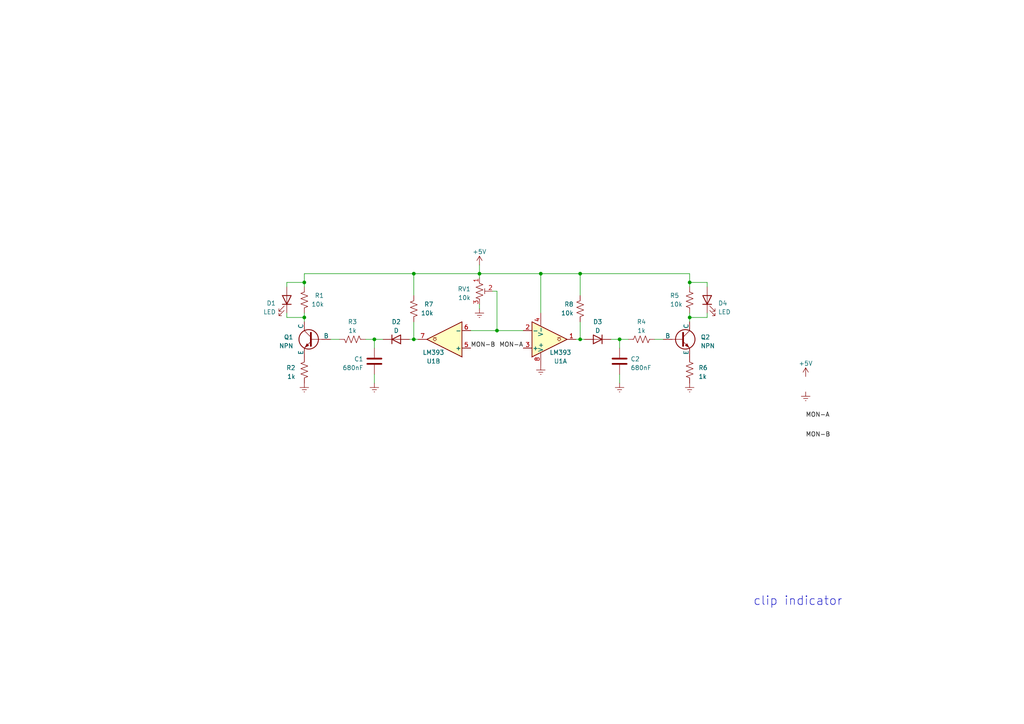
<source format=kicad_sch>
(kicad_sch (version 20230121) (generator eeschema)
  (paper "A4")
  (lib_symbols
    (symbol "Comparator:LM393" (pin_names (offset 0.127))
      (property "Reference" "U" (at 3.81 3.81 0))
      (property "Value" "LM393" (at 6.35 -3.81 0))
      (symbol "LM393_1_1"
        (polyline (pts (xy -5.08 5.08) (xy 5.08 0) (xy -5.08 -5.08) (xy -5.08 5.08)) (stroke (width 0.254)) (fill (type background)))
        (polyline (pts (xy 3.302 -0.508) (xy 2.794 -0.508) (xy 3.302 0) (xy 2.794 0.508) (xy 2.286 0) (xy 2.794 -0.508) (xy 2.286 -0.508)) (stroke (width 0.127)))
        (pin open_collector line (at 7.62 0 180) (length 2.54) (name "~") (number "1"))
        (pin input line (at -7.62 -2.54 0) (length 2.54) (name "-") (number "2"))
        (pin input line (at -7.62 2.54 0) (length 2.54) (name "+") (number "3"))
      )
      (symbol "LM393_2_1"
        (polyline (pts (xy -5.08 5.08) (xy 5.08 0) (xy -5.08 -5.08) (xy -5.08 5.08)) (stroke (width 0.254)) (fill (type background)))
        (polyline (pts (xy 3.302 -0.508) (xy 2.794 -0.508) (xy 3.302 0) (xy 2.794 0.508) (xy 2.286 0) (xy 2.794 -0.508) (xy 2.286 -0.508)) (stroke (width 0.127)))
        (pin input line (at -7.62 2.54 0) (length 2.54) (name "+") (number "5"))
        (pin input line (at -7.62 -2.54 0) (length 2.54) (name "-") (number "6"))
        (pin open_collector line (at 7.62 0 180) (length 2.54) (name "~") (number "7"))
      )
      (symbol "LM393_3_1"
        (pin power_in line (at -2.54 -7.62 90) (length 3.81) (name "V-") (number "4"))
        (pin power_in line (at -2.54 7.62 270) (length 3.81) (name "V+") (number "8"))
      )
    )
    (symbol "Device:C" (pin_numbers hide) (pin_names (offset 0.254))
      (property "Reference" "C" (at 0.635 2.54 0))
      (property "Value" "C" (at 0.635 -2.54 0))
      (symbol "C_0_1"
        (polyline (pts (xy -2.032 -0.762) (xy 2.032 -0.762)) (stroke (width 0.508)))
        (polyline (pts (xy -2.032 0.762) (xy 2.032 0.762)) (stroke (width 0.508)))
      )
      (symbol "C_1_1"
        (pin passive line (at 0 3.81 270) (length 2.794) (name "~") (number "1"))
        (pin passive line (at 0 -3.81 90) (length 2.794) (name "~") (number "2"))
      )
    )
    (symbol "Device:D" (pin_numbers hide) (pin_names (offset 1.016) hide)
      (property "Reference" "D" (at 0 2.54 0))
      (property "Value" "D" (at 0 -2.54 0))
      (symbol "D_0_1"
        (polyline (pts (xy -1.27 1.27) (xy -1.27 -1.27)) (stroke (width 0.254)))
        (polyline (pts (xy 1.27 0) (xy -1.27 0)))
        (polyline (pts (xy 1.27 1.27) (xy 1.27 -1.27) (xy -1.27 0) (xy 1.27 1.27)) (stroke (width 0.254)))
      )
      (symbol "D_1_1"
        (pin passive line (at -3.81 0 0) (length 2.54) (name "K") (number "1"))
        (pin passive line (at 3.81 0 180) (length 2.54) (name "A") (number "2"))
      )
    )
    (symbol "Device:LED" (pin_numbers hide) (pin_names (offset 1.016) hide)
      (property "Reference" "D" (at 0 2.54 0))
      (property "Value" "LED" (at 0 -2.54 0))
      (symbol "LED_0_1"
        (polyline (pts (xy -1.27 -1.27) (xy -1.27 1.27)) (stroke (width 0.254)))
        (polyline (pts (xy -1.27 0) (xy 1.27 0)))
        (polyline (pts (xy 1.27 -1.27) (xy 1.27 1.27) (xy -1.27 0) (xy 1.27 -1.27)) (stroke (width 0.254)))
        (polyline (pts (xy -3.048 -0.762) (xy -4.572 -2.286) (xy -3.81 -2.286) (xy -4.572 -2.286) (xy -4.572 -1.524)))
        (polyline (pts (xy -1.778 -0.762) (xy -3.302 -2.286) (xy -2.54 -2.286) (xy -3.302 -2.286) (xy -3.302 -1.524)))
      )
      (symbol "LED_1_1"
        (pin passive line (at -3.81 0 0) (length 2.54) (name "K") (number "1"))
        (pin passive line (at 3.81 0 180) (length 2.54) (name "A") (number "2"))
      )
    )
    (symbol "Device:R_Potentiometer_Trim_US" (pin_names (offset 1.016) hide)
      (property "Reference" "RV" (at -4.445 0 90))
      (property "Value" "R_Potentiometer_Trim_US" (at -2.54 0 90))
      (symbol "R_Potentiometer_Trim_US_0_1"
        (polyline (pts (xy 0 -2.286) (xy 0 -2.54)))
        (polyline (pts (xy 0 2.286) (xy 0 2.54)))
        (polyline (pts (xy 1.524 0.762) (xy 1.524 -0.762)))
        (polyline (pts (xy 2.54 0) (xy 1.524 0)))
        (polyline (pts (xy 0 -0.762) (xy 1.016 -1.143) (xy 0 -1.524) (xy -1.016 -1.905) (xy 0 -2.286)))
        (polyline (pts (xy 0 0.762) (xy 1.016 0.381) (xy 0 0) (xy -1.016 -0.381) (xy 0 -0.762)))
        (polyline (pts (xy 0 2.286) (xy 1.016 1.905) (xy 0 1.524) (xy -1.016 1.143) (xy 0 0.762)))
      )
      (symbol "R_Potentiometer_Trim_US_1_1"
        (pin passive line (at 0 3.81 270) (length 1.27) (name "1") (number "1"))
        (pin passive line (at 3.81 0 180) (length 1.27) (name "2") (number "2"))
        (pin passive line (at 0 -3.81 90) (length 1.27) (name "3") (number "3"))
      )
    )
    (symbol "Device:R_US" (pin_numbers hide) (pin_names (offset 0))
      (property "Reference" "R" (at 2.54 0 90))
      (property "Value" "R_US" (at -2.54 0 90))
      (symbol "R_US_0_1"
        (polyline (pts (xy 0 -2.286) (xy 0 -2.54)))
        (polyline (pts (xy 0 2.286) (xy 0 2.54)))
        (polyline (pts (xy 0 -0.762) (xy 1.016 -1.143) (xy 0 -1.524) (xy -1.016 -1.905) (xy 0 -2.286)))
        (polyline (pts (xy 0 0.762) (xy 1.016 0.381) (xy 0 0) (xy -1.016 -0.381) (xy 0 -0.762)))
        (polyline (pts (xy 0 2.286) (xy 1.016 1.905) (xy 0 1.524) (xy -1.016 1.143) (xy 0 0.762)))
      )
      (symbol "R_US_1_1"
        (pin passive line (at 0 3.81 270) (length 1.27) (name "~") (number "1"))
        (pin passive line (at 0 -3.81 90) (length 1.27) (name "~") (number "2"))
      )
    )
    (symbol "Simulation_SPICE:NPN" (pin_numbers hide) (pin_names (offset 0))
      (property "Reference" "Q" (at -2.54 7.62 0))
      (property "Value" "NPN" (at -2.54 5.08 0))
      (symbol "NPN_0_1"
        (polyline (pts (xy -2.54 0) (xy 0.635 0)) (stroke (width 0.1524)))
        (polyline (pts (xy 0.635 0.635) (xy 2.54 2.54)))
        (polyline (pts (xy 2.794 -1.27) (xy 2.794 -1.27)) (stroke (width 0.1524)))
        (polyline (pts (xy 2.794 -1.27) (xy 2.794 -1.27)) (stroke (width 0.1524)))
        (polyline (pts (xy 0.635 -0.635) (xy 2.54 -2.54) (xy 2.54 -2.54)))
        (polyline (pts (xy 0.635 1.905) (xy 0.635 -1.905) (xy 0.635 -1.905)) (stroke (width 0.508)))
        (polyline (pts (xy 1.27 -1.778) (xy 1.778 -1.27) (xy 2.286 -2.286) (xy 1.27 -1.778) (xy 1.27 -1.778)) (fill (type outline)))
        (circle (center 1.27 0) (radius 2.8194) (stroke (width 0.254)))
      )
      (symbol "NPN_1_1"
        (pin open_collector line (at 2.54 5.08 270) (length 2.54) (name "C") (number "1"))
        (pin input line (at -5.08 0 0) (length 2.54) (name "B") (number "2"))
        (pin open_emitter line (at 2.54 -5.08 90) (length 2.54) (name "E") (number "3"))
      )
    )
    (symbol "power:+5V" (power) (pin_names (offset 0))
      (property "Value" "+5V" (at 0 3.556 0))
      (symbol "+5V_0_1"
        (polyline (pts (xy -0.762 1.27) (xy 0 2.54)))
        (polyline (pts (xy 0 0) (xy 0 2.54)))
        (polyline (pts (xy 0 2.54) (xy 0.762 1.27)))
      )
      (symbol "+5V_1_1"
        (pin power_in line (at 0 0 90) (length 0) hide (name "+5V") (number "1"))
      )
    )
    (symbol "power:Earth" (power) (pin_names (offset 0))
      (symbol "Earth_0_1"
        (polyline (pts (xy -0.635 -1.905) (xy 0.635 -1.905)))
        (polyline (pts (xy -0.127 -2.54) (xy 0.127 -2.54)))
        (polyline (pts (xy 0 -1.27) (xy 0 0)))
        (polyline (pts (xy 1.27 -1.27) (xy -1.27 -1.27)))
      )
      (symbol "Earth_1_1"
        (pin power_in line (at 0 0 270) (length 0) hide (name "Earth") (number "1"))
      )
    )
  )
  (junction (at 139.065 79.375))
  (junction (at 88.265 81.915))
  (junction (at 88.265 92.075))
  (junction (at 120.015 79.375))
  (junction (at 156.845 79.375))
  (junction (at 200.025 92.075))
  (junction (at 179.705 98.425))
  (junction (at 168.275 79.375))
  (junction (at 108.585 98.425))
  (junction (at 144.145 95.885))
  (junction (at 168.275 98.425))
  (junction (at 200.025 81.915))
  (junction (at 120.015 98.425))
  (wire (pts (xy 120.015 98.425) (xy 121.285 98.425)))
  (wire (pts (xy 156.845 90.805) (xy 156.845 79.375)))
  (wire (pts (xy 179.705 108.585) (xy 179.705 111.125)))
  (wire (pts (xy 200.025 92.075) (xy 200.025 93.345)))
  (wire (pts (xy 108.585 98.425) (xy 108.585 100.965)))
  (wire (pts (xy 88.265 81.915) (xy 88.265 79.375)))
  (wire (pts (xy 139.065 89.535) (xy 139.065 88.265)))
  (wire (pts (xy 111.125 98.425) (xy 108.585 98.425)))
  (wire (pts (xy 88.265 83.185) (xy 88.265 81.915)))
  (wire (pts (xy 168.275 98.425) (xy 169.545 98.425)))
  (wire (pts (xy 205.105 81.915) (xy 205.105 83.185)))
  (wire (pts (xy 120.015 79.375) (xy 120.015 85.725)))
  (wire (pts (xy 88.265 90.805) (xy 88.265 92.075)))
  (wire (pts (xy 98.425 98.425) (xy 95.885 98.425)))
  (wire (pts (xy 205.105 90.805) (xy 205.105 92.075)))
  (wire (pts (xy 144.145 95.885) (xy 151.765 95.885)))
  (wire (pts (xy 83.185 81.915) (xy 83.185 83.185)))
  (wire (pts (xy 177.165 98.425) (xy 179.705 98.425)))
  (wire (pts (xy 139.065 79.375) (xy 156.845 79.375)))
  (wire (pts (xy 179.705 98.425) (xy 179.705 100.965)))
  (wire (pts (xy 144.145 84.455) (xy 142.875 84.455)))
  (wire (pts (xy 88.265 79.375) (xy 120.015 79.375)))
  (wire (pts (xy 144.145 84.455) (xy 144.145 95.885)))
  (wire (pts (xy 168.275 93.345) (xy 168.275 98.425)))
  (wire (pts (xy 156.845 79.375) (xy 168.275 79.375)))
  (wire (pts (xy 88.265 81.915) (xy 83.185 81.915)))
  (wire (pts (xy 139.065 76.835) (xy 139.065 79.375)))
  (wire (pts (xy 168.275 79.375) (xy 168.275 85.725)))
  (wire (pts (xy 200.025 81.915) (xy 205.105 81.915)))
  (wire (pts (xy 88.265 92.075) (xy 88.265 93.345)))
  (wire (pts (xy 200.025 90.805) (xy 200.025 92.075)))
  (wire (pts (xy 139.065 79.375) (xy 139.065 80.645)))
  (wire (pts (xy 83.185 92.075) (xy 88.265 92.075)))
  (wire (pts (xy 200.025 81.915) (xy 200.025 79.375)))
  (wire (pts (xy 205.105 92.075) (xy 200.025 92.075)))
  (wire (pts (xy 189.865 98.425) (xy 192.405 98.425)))
  (wire (pts (xy 108.585 108.585) (xy 108.585 111.125)))
  (wire (pts (xy 136.525 95.885) (xy 144.145 95.885)))
  (wire (pts (xy 200.025 83.185) (xy 200.025 81.915)))
  (wire (pts (xy 120.015 93.345) (xy 120.015 98.425)))
  (wire (pts (xy 120.015 79.375) (xy 139.065 79.375)))
  (wire (pts (xy 108.585 98.425) (xy 106.045 98.425)))
  (wire (pts (xy 167.005 98.425) (xy 168.275 98.425)))
  (wire (pts (xy 83.185 90.805) (xy 83.185 92.075)))
  (wire (pts (xy 118.745 98.425) (xy 120.015 98.425)))
  (wire (pts (xy 168.275 79.375) (xy 200.025 79.375)))
  (wire (pts (xy 179.705 98.425) (xy 182.245 98.425)))
  (text "clip indicator" (at 218.44 175.895 0) (effects (font (size 2.54 2.54)) (justify left bottom)))
  (label "MON-A" (at 151.765 100.965 180))
  (label "MON-A" (at 233.68 121.285 0))
  (label "MON-B" (at 233.68 127 0))
  (label "MON-B" (at 136.525 100.965 0))
  (symbol (lib_id "power:Earth") (at 139.065 89.535 0) (unit 1)
    (property "Reference" "#PWR04" (effects hide))
    (property "Value" "Earth" (effects hide))
  )
  (symbol (lib_id "power:Earth") (at 200.025 111.125 0) (unit 1)
    (property "Reference" "#PWR07" (effects hide))
    (property "Value" "Earth" (effects hide))
  )
  (symbol (lib_id "power:Earth") (at 88.265 111.125 0) (mirror y) (unit 1)
    (property "Reference" "#PWR01" (effects hide))
    (property "Value" "Earth" (effects hide))
  )
  (symbol (lib_id "Device:R_US") (at 186.055 98.425 90) (unit 1)
    (property "Reference" "R4" (at 186.055 93.345 90))
    (property "Value" "1k" (at 186.055 95.885 90))
  )
  (symbol (lib_id "Device:D") (at 114.935 98.425 0) (mirror x) (unit 1)
    (property "Reference" "D2" (at 114.935 93.345 0))
    (property "Value" "D" (at 114.935 95.885 0))
    (property "Sim.Device" "D" (effects hide))
    (property "Sim.Pins" "1=K 2=A" (effects hide))
  )
  (symbol (lib_id "Comparator:LM393") (at 159.385 98.425 0) (mirror x) (unit 1)
    (property "Reference" "U1" (at 162.56 104.775 0))
    (property "Value" "LM393" (at 162.56 102.235 0))
    (property "Datasheet" "http://www.ti.com/lit/ds/symlink/lm393.pdf" (effects hide))
  )
  (symbol (lib_id "Simulation_SPICE:NPN") (at 90.805 98.425 0) (mirror y) (unit 1)
    (property "Reference" "Q1" (at 85.09 97.79 0) (effects (justify left)))
    (property "Value" "NPN" (at 85.09 100.33 0) (effects (justify left)))
    (property "Sim.Device" "NPN" (effects hide))
    (property "Sim.Type" "GUMMELPOON" (effects hide))
    (property "Sim.Pins" "1=C 2=B 3=E" (effects hide))
  )
  (symbol (lib_id "Device:C") (at 108.585 104.775 0) (mirror y) (unit 1)
    (property "Reference" "C1" (at 105.41 104.14 0) (effects (justify left)))
    (property "Value" "680nF" (at 105.41 106.68 0) (effects (justify left)))
  )
  (symbol (lib_id "Device:R_US") (at 88.265 107.315 0) (mirror x) (unit 1)
    (property "Reference" "R2" (at 85.725 106.68 0) (effects (justify right)))
    (property "Value" "1k" (at 85.725 109.22 0) (effects (justify right)))
  )
  (symbol (lib_id "Device:D") (at 173.355 98.425 180) (unit 1)
    (property "Reference" "D3" (at 173.355 93.345 0))
    (property "Value" "D" (at 173.355 95.885 0))
    (property "Sim.Device" "D" (effects hide))
    (property "Sim.Pins" "1=K 2=A" (effects hide))
  )
  (symbol (lib_id "Device:R_US") (at 102.235 98.425 270) (mirror x) (unit 1)
    (property "Reference" "R3" (at 102.235 93.345 90))
    (property "Value" "1k" (at 102.235 95.885 90))
  )
  (symbol (lib_id "Device:LED") (at 205.105 86.995 90) (unit 1)
    (property "Reference" "D4" (at 208.28 87.9475 90) (effects (justify right)))
    (property "Value" "LED" (at 208.28 90.4875 90) (effects (justify right)))
  )
  (symbol (lib_id "Device:R_Potentiometer_Trim_US") (at 139.065 84.455 0) (unit 1)
    (property "Reference" "RV1" (at 136.525 83.82 0) (effects (justify right)))
    (property "Value" "10k" (at 136.525 86.36 0) (effects (justify right)))
  )
  (symbol (lib_id "Comparator:LM393") (at 159.385 98.425 0) (mirror x) (unit 3)
    (property "Reference" "U1" (effects hide))
    (property "Value" "LM393" (effects hide))
    (property "Datasheet" "http://www.ti.com/lit/ds/symlink/lm393.pdf" (effects hide))
  )
  (symbol (lib_id "Device:R_US") (at 120.015 89.535 0) (mirror x) (unit 1)
    (property "Reference" "R7" (at 125.73 88.265 0) (effects (justify right)))
    (property "Value" "10k" (at 125.73 90.805 0) (effects (justify right)))
  )
  (symbol (lib_id "Device:R_US") (at 200.025 86.995 180) (unit 1)
    (property "Reference" "R5" (at 194.31 85.725 0) (effects (justify right)))
    (property "Value" "10k" (at 194.31 88.265 0) (effects (justify right)))
  )
  (symbol (lib_id "Device:R_US") (at 168.275 89.535 0) (mirror x) (unit 1)
    (property "Reference" "R8" (at 166.37 88.265 0) (effects (justify right)))
    (property "Value" "10k" (at 166.37 90.805 0) (effects (justify right)))
  )
  (symbol (lib_id "Simulation_SPICE:NPN") (at 197.485 98.425 0) (unit 1)
    (property "Reference" "Q2" (at 203.2 97.79 0) (effects (justify left)))
    (property "Value" "NPN" (at 203.2 100.33 0) (effects (justify left)))
    (property "Sim.Device" "NPN" (effects hide))
    (property "Sim.Type" "GUMMELPOON" (effects hide))
    (property "Sim.Pins" "1=C 2=B 3=E" (effects hide))
  )
  (symbol (lib_id "Device:R_US") (at 88.265 86.995 0) (mirror x) (unit 1)
    (property "Reference" "R1" (at 93.98 85.725 0) (effects (justify right)))
    (property "Value" "10k" (at 93.98 88.265 0) (effects (justify right)))
  )
  (symbol (lib_id "Device:R_US") (at 200.025 107.315 180) (unit 1)
    (property "Reference" "R6" (at 202.565 106.68 0) (effects (justify right)))
    (property "Value" "1k" (at 202.565 109.22 0) (effects (justify right)))
  )
  (symbol (lib_id "power:Earth") (at 108.585 111.125 0) (mirror y) (unit 1)
    (property "Reference" "#PWR02" (effects hide))
    (property "Value" "Earth" (effects hide))
  )
  (symbol (lib_id "Device:C") (at 179.705 104.775 0) (unit 1)
    (property "Reference" "C2" (at 182.88 104.14 0) (effects (justify left)))
    (property "Value" "680nF" (at 182.88 106.68 0) (effects (justify left)))
  )
  (symbol (lib_id "Device:LED") (at 83.185 86.995 270) (mirror x) (unit 1)
    (property "Reference" "D1" (at 80.01 87.9475 90) (effects (justify right)))
    (property "Value" "LED" (at 80.01 90.4875 90) (effects (justify right)))
  )
  (symbol (lib_id "power:Earth") (at 156.845 106.045 0) (unit 1)
    (property "Reference" "#PWR05" (effects hide))
    (property "Value" "Earth" (effects hide))
  )
  (symbol (lib_id "power:+5V") (at 233.68 109.22 0) (unit 1)
    (property "Reference" "#PWR08" (effects hide))
    (property "Value" "+5V" (at 233.68 105.41 0))
  )
  (symbol (lib_id "power:Earth") (at 179.705 111.125 0) (unit 1)
    (property "Reference" "#PWR06" (effects hide))
    (property "Value" "Earth" (effects hide))
  )
  (symbol (lib_id "power:Earth") (at 233.68 113.665 0) (unit 1)
    (property "Reference" "#PWR09" (effects hide))
    (property "Value" "Earth" (effects hide))
  )
  (symbol (lib_id "power:+5V") (at 139.065 76.835 0) (unit 1)
    (property "Reference" "#PWR03" (effects hide))
    (property "Value" "+5V" (at 139.065 73.025 0))
  )
  (symbol (lib_id "Comparator:LM393") (at 128.905 98.425 180) (unit 2)
    (property "Reference" "U1" (at 125.73 104.775 0))
    (property "Value" "LM393" (at 125.73 102.235 0))
    (property "Datasheet" "http://www.ti.com/lit/ds/symlink/lm393.pdf" (effects hide))
  )
)
</source>
